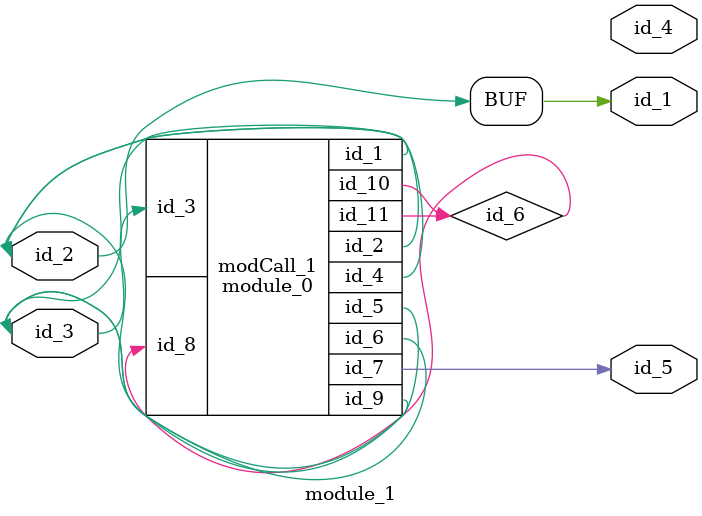
<source format=v>
module module_0 (
    id_1,
    id_2,
    id_3,
    id_4,
    id_5,
    id_6,
    id_7,
    id_8,
    id_9,
    id_10,
    id_11
);
  output wire id_11;
  output wire id_10;
  inout wire id_9;
  input wire id_8;
  output wire id_7;
  inout wire id_6;
  output wire id_5;
  inout wire id_4;
  input wire id_3;
  output wire id_2;
  output wire id_1;
  assign id_5 = !id_9;
endmodule
module module_1 (
    id_1,
    id_2,
    id_3,
    id_4,
    id_5
);
  output wire id_5;
  output wire id_4;
  inout wire id_3;
  inout wire id_2;
  output wire id_1;
  wire id_6;
  module_0 modCall_1 (
      id_3,
      id_1,
      id_3,
      id_2,
      id_1,
      id_3,
      id_5,
      id_6,
      id_3,
      id_6,
      id_6
  );
  assign id_1 = id_2;
endmodule

</source>
